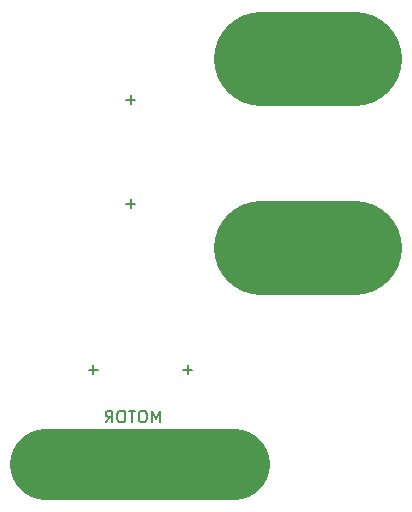
<source format=gbo>
%TF.GenerationSoftware,KiCad,Pcbnew,4.0.4+e1-6308~48~ubuntu14.04.1-stable*%
%TF.CreationDate,2016-11-21T10:30:33-08:00*%
%TF.ProjectId,VibeMotor-Button-Battery,566962654D6F746F722D427574746F6E,rev?*%
%TF.FileFunction,Legend,Bot*%
%FSLAX46Y46*%
G04 Gerber Fmt 4.6, Leading zero omitted, Abs format (unit mm)*
G04 Created by KiCad (PCBNEW 4.0.4+e1-6308~48~ubuntu14.04.1-stable) date Mon Nov 21 10:30:33 2016*
%MOMM*%
%LPD*%
G01*
G04 APERTURE LIST*
%ADD10C,0.350000*%
%ADD11C,6.000000*%
%ADD12C,8.000000*%
%ADD13C,0.150000*%
G04 APERTURE END LIST*
D10*
D11*
X167132000Y-118490000D02*
X151132000Y-118490000D01*
D12*
X177380900Y-84163900D02*
X169380900Y-84163900D01*
X177380900Y-100163900D02*
X169380900Y-100163900D01*
D13*
X160818905Y-114942381D02*
X160818905Y-113942381D01*
X160485571Y-114656667D01*
X160152238Y-113942381D01*
X160152238Y-114942381D01*
X159485572Y-113942381D02*
X159295095Y-113942381D01*
X159199857Y-113990000D01*
X159104619Y-114085238D01*
X159057000Y-114275714D01*
X159057000Y-114609048D01*
X159104619Y-114799524D01*
X159199857Y-114894762D01*
X159295095Y-114942381D01*
X159485572Y-114942381D01*
X159580810Y-114894762D01*
X159676048Y-114799524D01*
X159723667Y-114609048D01*
X159723667Y-114275714D01*
X159676048Y-114085238D01*
X159580810Y-113990000D01*
X159485572Y-113942381D01*
X158771286Y-113942381D02*
X158199857Y-113942381D01*
X158485572Y-114942381D02*
X158485572Y-113942381D01*
X157676048Y-113942381D02*
X157485571Y-113942381D01*
X157390333Y-113990000D01*
X157295095Y-114085238D01*
X157247476Y-114275714D01*
X157247476Y-114609048D01*
X157295095Y-114799524D01*
X157390333Y-114894762D01*
X157485571Y-114942381D01*
X157676048Y-114942381D01*
X157771286Y-114894762D01*
X157866524Y-114799524D01*
X157914143Y-114609048D01*
X157914143Y-114275714D01*
X157866524Y-114085238D01*
X157771286Y-113990000D01*
X157676048Y-113942381D01*
X156247476Y-114942381D02*
X156580810Y-114466190D01*
X156818905Y-114942381D02*
X156818905Y-113942381D01*
X156437952Y-113942381D01*
X156342714Y-113990000D01*
X156295095Y-114037619D01*
X156247476Y-114132857D01*
X156247476Y-114275714D01*
X156295095Y-114370952D01*
X156342714Y-114418571D01*
X156437952Y-114466190D01*
X156818905Y-114466190D01*
X163203429Y-110109048D02*
X163203429Y-110870953D01*
X163584381Y-110490001D02*
X162822476Y-110490001D01*
X155203429Y-110109048D02*
X155203429Y-110870953D01*
X155584381Y-110490001D02*
X154822476Y-110490001D01*
X158761852Y-87635329D02*
X157999947Y-87635329D01*
X158380899Y-88016281D02*
X158380899Y-87254376D01*
X158761852Y-96435329D02*
X157999947Y-96435329D01*
X158380899Y-96816281D02*
X158380899Y-96054376D01*
M02*

</source>
